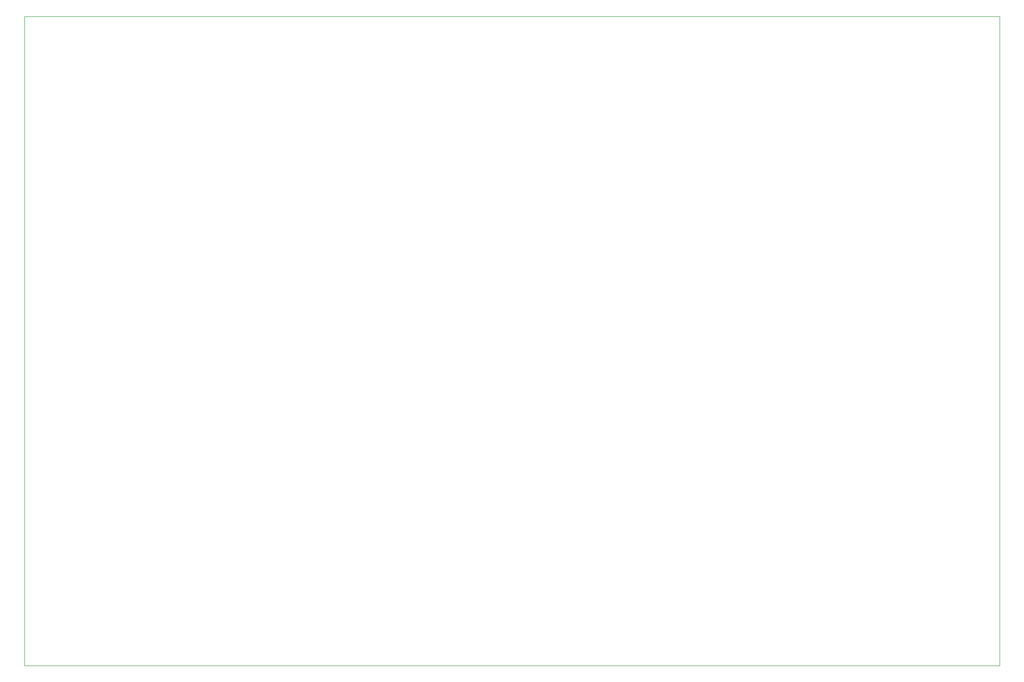
<source format=gbr>
%TF.GenerationSoftware,KiCad,Pcbnew,9.0.2*%
%TF.CreationDate,2026-02-24T05:03:32-05:00*%
%TF.ProjectId,PowerDistro_New,506f7765-7244-4697-9374-726f5f4e6577,rev?*%
%TF.SameCoordinates,Original*%
%TF.FileFunction,Profile,NP*%
%FSLAX46Y46*%
G04 Gerber Fmt 4.6, Leading zero omitted, Abs format (unit mm)*
G04 Created by KiCad (PCBNEW 9.0.2) date 2026-02-24 05:03:32*
%MOMM*%
%LPD*%
G01*
G04 APERTURE LIST*
%TA.AperFunction,Profile*%
%ADD10C,0.050000*%
%TD*%
G04 APERTURE END LIST*
D10*
X12000000Y-136000000D02*
X12000000Y-12000000D01*
X198000000Y-136000000D02*
X12000000Y-136000000D01*
X198000000Y-12000000D02*
X198000000Y-136000000D01*
X12000000Y-12000000D02*
X198000000Y-12000000D01*
M02*

</source>
